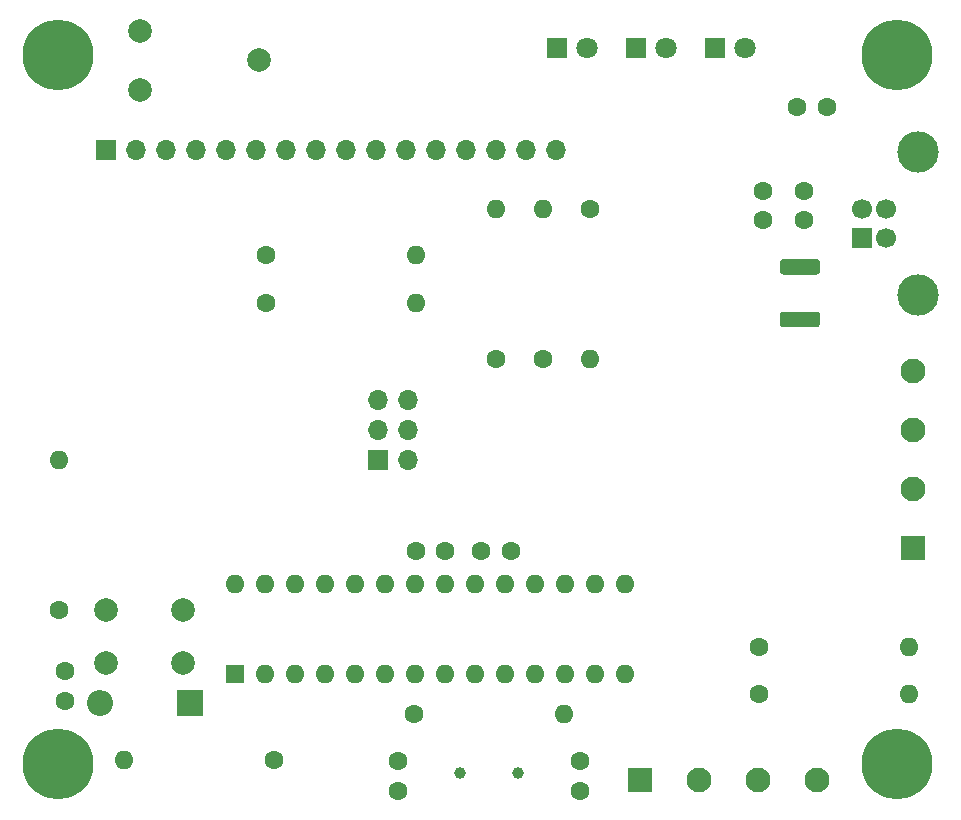
<source format=gbr>
%TF.GenerationSoftware,KiCad,Pcbnew,5.1.8*%
%TF.CreationDate,2020-11-21T16:41:21+01:00*%
%TF.ProjectId,livello_serbatoio_definitiva,6c697665-6c6c-46f5-9f73-65726261746f,rev?*%
%TF.SameCoordinates,Original*%
%TF.FileFunction,Soldermask,Top*%
%TF.FilePolarity,Negative*%
%FSLAX46Y46*%
G04 Gerber Fmt 4.6, Leading zero omitted, Abs format (unit mm)*
G04 Created by KiCad (PCBNEW 5.1.8) date 2020-11-21 16:41:21*
%MOMM*%
%LPD*%
G01*
G04 APERTURE LIST*
%ADD10R,1.800000X1.800000*%
%ADD11C,1.800000*%
%ADD12C,2.000000*%
%ADD13O,2.200000X2.200000*%
%ADD14R,2.200000X2.200000*%
%ADD15C,1.600000*%
%ADD16C,2.100000*%
%ADD17R,2.100000X2.100000*%
%ADD18R,1.700000X1.700000*%
%ADD19C,1.700000*%
%ADD20C,3.500000*%
%ADD21C,1.000000*%
%ADD22O,1.600000X1.600000*%
%ADD23R,1.600000X1.600000*%
%ADD24C,0.800000*%
%ADD25C,6.000000*%
%ADD26O,1.700000X1.700000*%
G04 APERTURE END LIST*
D10*
%TO.C,D4*%
X148600000Y-73400000D03*
D11*
X151140000Y-73400000D03*
%TD*%
%TO.C,F1*%
G36*
G01*
X157240000Y-92575000D02*
X154340000Y-92575000D01*
G75*
G02*
X154090000Y-92325000I0J250000D01*
G01*
X154090000Y-91525000D01*
G75*
G02*
X154340000Y-91275000I250000J0D01*
G01*
X157240000Y-91275000D01*
G75*
G02*
X157490000Y-91525000I0J-250000D01*
G01*
X157490000Y-92325000D01*
G75*
G02*
X157240000Y-92575000I-250000J0D01*
G01*
G37*
G36*
G01*
X157240000Y-97025000D02*
X154340000Y-97025000D01*
G75*
G02*
X154090000Y-96775000I0J250000D01*
G01*
X154090000Y-95975000D01*
G75*
G02*
X154340000Y-95725000I250000J0D01*
G01*
X157240000Y-95725000D01*
G75*
G02*
X157490000Y-95975000I0J-250000D01*
G01*
X157490000Y-96775000D01*
G75*
G02*
X157240000Y-97025000I-250000J0D01*
G01*
G37*
%TD*%
D12*
%TO.C,RV1*%
X109950000Y-74450000D03*
X99950000Y-76950000D03*
X99950000Y-71950000D03*
%TD*%
D13*
%TO.C,D3*%
X96540000Y-128880000D03*
D14*
X104160000Y-128880000D03*
%TD*%
D15*
%TO.C,C5*%
X155540000Y-78420000D03*
X158040000Y-78420000D03*
%TD*%
D16*
%TO.C,J2*%
X157210000Y-135360000D03*
X152210000Y-135360000D03*
X147210000Y-135360000D03*
D17*
X142210000Y-135360000D03*
%TD*%
D16*
%TO.C,J4*%
X165325000Y-100700000D03*
X165325000Y-105700000D03*
X165325000Y-110700000D03*
D17*
X165325000Y-115700000D03*
%TD*%
D18*
%TO.C,J1*%
X161050000Y-89500000D03*
D19*
X161050000Y-87000000D03*
X163050000Y-87000000D03*
X163050000Y-89500000D03*
D20*
X165760000Y-94270000D03*
X165760000Y-82230000D03*
%TD*%
D21*
%TO.C,Y1*%
X131900000Y-134770000D03*
X127020000Y-134770000D03*
%TD*%
D22*
%TO.C,U2*%
X108000000Y-118780000D03*
X141020000Y-126400000D03*
X110540000Y-118780000D03*
X138480000Y-126400000D03*
X113080000Y-118780000D03*
X135940000Y-126400000D03*
X115620000Y-118780000D03*
X133400000Y-126400000D03*
X118160000Y-118780000D03*
X130860000Y-126400000D03*
X120700000Y-118780000D03*
X128320000Y-126400000D03*
X123240000Y-118780000D03*
X125780000Y-126400000D03*
X125780000Y-118780000D03*
X123240000Y-126400000D03*
X128320000Y-118780000D03*
X120700000Y-126400000D03*
X130860000Y-118780000D03*
X118160000Y-126400000D03*
X133400000Y-118780000D03*
X115620000Y-126400000D03*
X135940000Y-118780000D03*
X113080000Y-126400000D03*
X138480000Y-118780000D03*
X110540000Y-126400000D03*
X141020000Y-118780000D03*
D23*
X108000000Y-126400000D03*
%TD*%
D24*
%TO.C,H4*%
X94590990Y-132409010D03*
X93000000Y-131750000D03*
X91409010Y-132409010D03*
X90750000Y-134000000D03*
X91409010Y-135590990D03*
X93000000Y-136250000D03*
X94590990Y-135590990D03*
X95250000Y-134000000D03*
D25*
X93000000Y-134000000D03*
%TD*%
D26*
%TO.C,J3*%
X135100000Y-82000000D03*
X132560000Y-82000000D03*
X130020000Y-82000000D03*
X127480000Y-82000000D03*
X124940000Y-82000000D03*
X122400000Y-82000000D03*
X119860000Y-82000000D03*
X117320000Y-82000000D03*
X114780000Y-82000000D03*
X112240000Y-82000000D03*
X109700000Y-82000000D03*
X107160000Y-82000000D03*
X104620000Y-82000000D03*
X102080000Y-82000000D03*
X99540000Y-82000000D03*
D18*
X97000000Y-82000000D03*
%TD*%
D24*
%TO.C,H1*%
X94590990Y-72409010D03*
X93000000Y-71750000D03*
X91409010Y-72409010D03*
X90750000Y-74000000D03*
X91409010Y-75590990D03*
X93000000Y-76250000D03*
X94590990Y-75590990D03*
X95250000Y-74000000D03*
D25*
X93000000Y-74000000D03*
%TD*%
D24*
%TO.C,H2*%
X165590990Y-72409010D03*
X164000000Y-71750000D03*
X162409010Y-72409010D03*
X161750000Y-74000000D03*
X162409010Y-75590990D03*
X164000000Y-76250000D03*
X165590990Y-75590990D03*
X166250000Y-74000000D03*
D25*
X164000000Y-74000000D03*
%TD*%
D24*
%TO.C,H3*%
X165590990Y-132409010D03*
X164000000Y-131750000D03*
X162409010Y-132409010D03*
X161750000Y-134000000D03*
X162409010Y-135590990D03*
X164000000Y-136250000D03*
X165590990Y-135590990D03*
X166250000Y-134000000D03*
D25*
X164000000Y-134000000D03*
%TD*%
D26*
%TO.C,J5*%
X122615000Y-103220000D03*
X120075000Y-103220000D03*
X122615000Y-105760000D03*
X120075000Y-105760000D03*
X122615000Y-108300000D03*
D18*
X120075000Y-108300000D03*
%TD*%
D15*
%TO.C,C1*%
X156170000Y-87970000D03*
X156170000Y-85470000D03*
%TD*%
%TO.C,C2*%
X152700000Y-85480000D03*
X152700000Y-87980000D03*
%TD*%
%TO.C,C3*%
X125750000Y-116000000D03*
X123250000Y-116000000D03*
%TD*%
%TO.C,C4*%
X93600000Y-126150000D03*
X93600000Y-128650000D03*
%TD*%
%TO.C,C6*%
X131300000Y-116000000D03*
X128800000Y-116000000D03*
%TD*%
%TO.C,C7*%
X121800000Y-133800000D03*
X121800000Y-136300000D03*
%TD*%
%TO.C,C8*%
X137150000Y-136300000D03*
X137150000Y-133800000D03*
%TD*%
D11*
%TO.C,D1*%
X137740000Y-73400000D03*
D10*
X135200000Y-73400000D03*
%TD*%
%TO.C,D2*%
X141900000Y-73400000D03*
D11*
X144440000Y-73400000D03*
%TD*%
D15*
%TO.C,R1*%
X110625000Y-94940000D03*
D22*
X123325000Y-94940000D03*
%TD*%
%TO.C,R2*%
X123275000Y-90890000D03*
D15*
X110575000Y-90890000D03*
%TD*%
%TO.C,R3*%
X130035000Y-99765000D03*
D22*
X130035000Y-87065000D03*
%TD*%
%TO.C,R4*%
X134035000Y-87065000D03*
D15*
X134035000Y-99765000D03*
%TD*%
%TO.C,R5*%
X93050000Y-121000000D03*
D22*
X93050000Y-108300000D03*
%TD*%
D15*
%TO.C,R6*%
X111300000Y-133700000D03*
D22*
X98600000Y-133700000D03*
%TD*%
%TO.C,R7*%
X135800000Y-129750000D03*
D15*
X123100000Y-129750000D03*
%TD*%
%TO.C,R8*%
X152350000Y-124075000D03*
D22*
X165050000Y-124075000D03*
%TD*%
%TO.C,R9*%
X138035000Y-99765000D03*
D15*
X138035000Y-87065000D03*
%TD*%
D22*
%TO.C,R11*%
X165050000Y-128075000D03*
D15*
X152350000Y-128075000D03*
%TD*%
D12*
%TO.C,SW1*%
X97050000Y-125500000D03*
X97050000Y-121000000D03*
X103550000Y-125500000D03*
X103550000Y-121000000D03*
%TD*%
M02*

</source>
